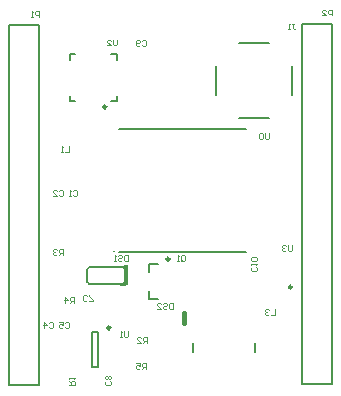
<source format=gto>
G04*
G04 #@! TF.GenerationSoftware,Altium Limited,Altium Designer,19.1.8 (144)*
G04*
G04 Layer_Color=65535*
%FSLAX25Y25*%
%MOIN*%
G70*
G01*
G75*
%ADD10C,0.00984*%
%ADD11C,0.00800*%
%ADD12C,0.00394*%
%ADD13C,0.00787*%
%ADD14C,0.01575*%
%ADD15R,0.02300X0.00650*%
%ADD16R,0.01800X0.06700*%
%ADD17R,0.02560X0.00730*%
D10*
X34232Y20685D02*
G03*
X34232Y20685I492J0D01*
G01*
X53945Y43611D02*
G03*
X53945Y43611I492J0D01*
G01*
X32846Y94354D02*
G03*
X32846Y94354I492J0D01*
G01*
X94724Y34283D02*
G03*
X94724Y34283I492J0D01*
G01*
D11*
X39109Y35181D02*
G03*
X39959Y36031I0J850D01*
G01*
Y40231D02*
G03*
X39109Y41081I-850J0D01*
G01*
X27348Y36031D02*
G03*
X28198Y35181I850J0D01*
G01*
Y41081D02*
G03*
X27348Y40231I0J-850D01*
G01*
X39959Y36031D02*
Y40231D01*
X27348Y36031D02*
Y40231D01*
X39109Y35181D02*
X28198D01*
X39109Y41081D02*
X28198D01*
D12*
X36228Y46089D02*
G03*
X36228Y46089I197J0D01*
G01*
X90000Y26968D02*
Y25000D01*
X88688D01*
X88032Y26640D02*
X87704Y26968D01*
X87048D01*
X86720Y26640D01*
Y26312D01*
X87048Y25984D01*
X87376D01*
X87048D01*
X86720Y25656D01*
Y25328D01*
X87048Y25000D01*
X87704D01*
X88032Y25328D01*
X41000Y19468D02*
Y17828D01*
X40672Y17500D01*
X40016D01*
X39688Y17828D01*
Y19468D01*
X39032Y17500D02*
X38376D01*
X38704D01*
Y19468D01*
X39032Y19140D01*
X58688Y43328D02*
Y44640D01*
X59016Y44968D01*
X59672D01*
X60000Y44640D01*
Y43328D01*
X59672Y43000D01*
X59016D01*
X59344Y43656D02*
X58688Y43000D01*
X59016D02*
X58688Y43328D01*
X58032Y43000D02*
X57376D01*
X57704D01*
Y44968D01*
X58032Y44640D01*
X56000Y28968D02*
Y27000D01*
X55016D01*
X54688Y27328D01*
Y28640D01*
X55016Y28968D01*
X56000D01*
X52720Y28640D02*
X53048Y28968D01*
X53704D01*
X54032Y28640D01*
Y28312D01*
X53704Y27984D01*
X53048D01*
X52720Y27656D01*
Y27328D01*
X53048Y27000D01*
X53704D01*
X54032Y27328D01*
X50752Y27000D02*
X52064D01*
X50752Y28312D01*
Y28640D01*
X51080Y28968D01*
X51736D01*
X52064Y28640D01*
X41000Y44968D02*
Y43000D01*
X40016D01*
X39688Y43328D01*
Y44640D01*
X40016Y44968D01*
X41000D01*
X37720Y44640D02*
X38048Y44968D01*
X38704D01*
X39032Y44640D01*
Y44312D01*
X38704Y43984D01*
X38048D01*
X37720Y43656D01*
Y43328D01*
X38048Y43000D01*
X38704D01*
X39032Y43328D01*
X37064Y43000D02*
X36408D01*
X36736D01*
Y44968D01*
X37064Y44640D01*
X47000Y7000D02*
Y8968D01*
X46016D01*
X45688Y8640D01*
Y7984D01*
X46016Y7656D01*
X47000D01*
X46344D02*
X45688Y7000D01*
X43720Y8968D02*
X45032D01*
Y7984D01*
X44376Y8312D01*
X44048D01*
X43720Y7984D01*
Y7328D01*
X44048Y7000D01*
X44704D01*
X45032Y7328D01*
X47500Y15500D02*
Y17468D01*
X46516D01*
X46188Y17140D01*
Y16484D01*
X46516Y16156D01*
X47500D01*
X46844D02*
X46188Y15500D01*
X44220D02*
X45532D01*
X44220Y16812D01*
Y17140D01*
X44548Y17468D01*
X45204D01*
X45532Y17140D01*
X21500Y1500D02*
X23468D01*
Y2484D01*
X23140Y2812D01*
X22484D01*
X22156Y2484D01*
Y1500D01*
Y2156D02*
X21500Y2812D01*
Y3468D02*
Y4124D01*
Y3796D01*
X23468D01*
X23140Y3468D01*
X35140Y2812D02*
X35468Y2484D01*
Y1828D01*
X35140Y1500D01*
X33828D01*
X33500Y1828D01*
Y2484D01*
X33828Y2812D01*
X35140Y3468D02*
X35468Y3796D01*
Y4452D01*
X35140Y4780D01*
X34812D01*
X34484Y4452D01*
X34156Y4780D01*
X33828D01*
X33500Y4452D01*
Y3796D01*
X33828Y3468D01*
X34156D01*
X34484Y3796D01*
X34812Y3468D01*
X35140D01*
X34484Y3796D02*
Y4452D01*
X14688Y22242D02*
X15016Y22570D01*
X15672D01*
X16000Y22242D01*
Y20930D01*
X15672Y20602D01*
X15016D01*
X14688Y20930D01*
X13048Y20602D02*
Y22570D01*
X14032Y21586D01*
X12720D01*
X20188Y22140D02*
X20516Y22468D01*
X21172D01*
X21500Y22140D01*
Y20828D01*
X21172Y20500D01*
X20516D01*
X20188Y20828D01*
X18220Y22468D02*
X19532D01*
Y21484D01*
X18876Y21812D01*
X18548D01*
X18220Y21484D01*
Y20828D01*
X18548Y20500D01*
X19204D01*
X19532Y20828D01*
X83640Y40812D02*
X83968Y40484D01*
Y39828D01*
X83640Y39500D01*
X82328D01*
X82000Y39828D01*
Y40484D01*
X82328Y40812D01*
X82000Y41468D02*
Y42124D01*
Y41796D01*
X83968D01*
X83640Y41468D01*
Y43108D02*
X83968Y43436D01*
Y44092D01*
X83640Y44420D01*
X82328D01*
X82000Y44092D01*
Y43436D01*
X82328Y43108D01*
X83640D01*
X27312Y29860D02*
X26984Y29532D01*
X26328D01*
X26000Y29860D01*
Y31172D01*
X26328Y31500D01*
X26984D01*
X27312Y31172D01*
X27968Y29532D02*
X29280D01*
Y29860D01*
X27968Y31172D01*
Y31500D01*
X45688Y116140D02*
X46016Y116468D01*
X46672D01*
X47000Y116140D01*
Y114828D01*
X46672Y114500D01*
X46016D01*
X45688Y114828D01*
X45032D02*
X44704Y114500D01*
X44048D01*
X43720Y114828D01*
Y116140D01*
X44048Y116468D01*
X44704D01*
X45032Y116140D01*
Y115812D01*
X44704Y115484D01*
X43720D01*
X18188Y66140D02*
X18516Y66468D01*
X19172D01*
X19500Y66140D01*
Y64828D01*
X19172Y64500D01*
X18516D01*
X18188Y64828D01*
X16220Y64500D02*
X17532D01*
X16220Y65812D01*
Y66140D01*
X16548Y66468D01*
X17204D01*
X17532Y66140D01*
X21500Y81386D02*
Y79418D01*
X20188D01*
X19532D02*
X18876D01*
X19204D01*
Y81386D01*
X19532Y81058D01*
X22688Y66140D02*
X23016Y66468D01*
X23672D01*
X24000Y66140D01*
Y64828D01*
X23672Y64500D01*
X23016D01*
X22688Y64828D01*
X22032Y64500D02*
X21376D01*
X21704D01*
Y66468D01*
X22032Y66140D01*
X23000Y29000D02*
Y30968D01*
X22016D01*
X21688Y30640D01*
Y29984D01*
X22016Y29656D01*
X23000D01*
X22344D02*
X21688Y29000D01*
X20048D02*
Y30968D01*
X21032Y29984D01*
X19720D01*
X88000Y85468D02*
Y83828D01*
X87672Y83500D01*
X87016D01*
X86688Y83828D01*
Y85468D01*
X86032Y85140D02*
X85704Y85468D01*
X85048D01*
X84720Y85140D01*
Y83828D01*
X85048Y83500D01*
X85704D01*
X86032Y83828D01*
Y85140D01*
X19500Y44900D02*
Y46868D01*
X18516D01*
X18188Y46540D01*
Y45884D01*
X18516Y45556D01*
X19500D01*
X18844D02*
X18188Y44900D01*
X17532Y46540D02*
X17204Y46868D01*
X16548D01*
X16220Y46540D01*
Y46212D01*
X16548Y45884D01*
X16876D01*
X16548D01*
X16220Y45556D01*
Y45228D01*
X16548Y44900D01*
X17204D01*
X17532Y45228D01*
X37500Y116768D02*
Y115128D01*
X37172Y114800D01*
X36516D01*
X36188Y115128D01*
Y116768D01*
X34220Y114800D02*
X35532D01*
X34220Y116112D01*
Y116440D01*
X34548Y116768D01*
X35204D01*
X35532Y116440D01*
X11500Y124300D02*
Y126268D01*
X10516D01*
X10188Y125940D01*
Y125284D01*
X10516Y124956D01*
X11500D01*
X9532Y124300D02*
X8876D01*
X9204D01*
Y126268D01*
X9532Y125940D01*
X109000Y124800D02*
Y126768D01*
X108016D01*
X107688Y126440D01*
Y125784D01*
X108016Y125456D01*
X109000D01*
X105720Y124800D02*
X107032D01*
X105720Y126112D01*
Y126440D01*
X106048Y126768D01*
X106704D01*
X107032Y126440D01*
X95798Y48252D02*
Y46612D01*
X95470Y46284D01*
X94814D01*
X94486Y46612D01*
Y48252D01*
X93830Y47924D02*
X93502Y48252D01*
X92846D01*
X92518Y47924D01*
Y47596D01*
X92846Y47268D01*
X93174D01*
X92846D01*
X92518Y46940D01*
Y46612D01*
X92846Y46284D01*
X93502D01*
X93830Y46612D01*
X95868Y122120D02*
X96523D01*
X96196D01*
Y120481D01*
X96523Y120153D01*
X96851D01*
X97180Y120481D01*
X95212Y120153D02*
X94556D01*
X94884D01*
Y122120D01*
X95212Y121792D01*
D13*
X83300Y12524D02*
Y15476D01*
X62828Y12524D02*
Y15476D01*
X29016Y7594D02*
Y19406D01*
X30984Y7594D02*
Y19406D01*
Y7594D02*
X29016D01*
X30984Y19406D02*
X29016D01*
X51150Y41879D02*
X47941D01*
Y39281D02*
Y41879D01*
X51150Y30383D02*
X47941D01*
Y32981D01*
X80520Y46089D02*
X38000D01*
X80520Y87034D02*
X38000D01*
X23496Y111874D02*
X21626D01*
Y110004D02*
Y111874D01*
X37374D02*
X35504D01*
X37374Y110004D02*
Y111874D01*
X21626Y96126D02*
Y97996D01*
X23496Y96126D02*
X21626D01*
X37374D02*
Y97996D01*
Y96126D02*
X35504D01*
X11500Y9000D02*
Y121500D01*
Y1500D02*
Y9000D01*
Y1500D02*
X1500D01*
Y121500D01*
X11500D02*
X1500D01*
X109000Y9500D02*
Y122000D01*
Y2000D02*
Y9500D01*
Y2000D02*
X99000D01*
Y122000D01*
X109000D02*
X99000D01*
X95578Y98235D02*
Y108070D01*
X87897Y90554D02*
X78062D01*
X70381Y98235D02*
Y108070D01*
X87897Y115751D02*
X78062D01*
D14*
X59858Y22425D02*
Y25575D01*
D15*
X39520Y35106D02*
D03*
D16*
X40520Y38131D02*
D03*
D17*
X39390Y41116D02*
D03*
M02*

</source>
